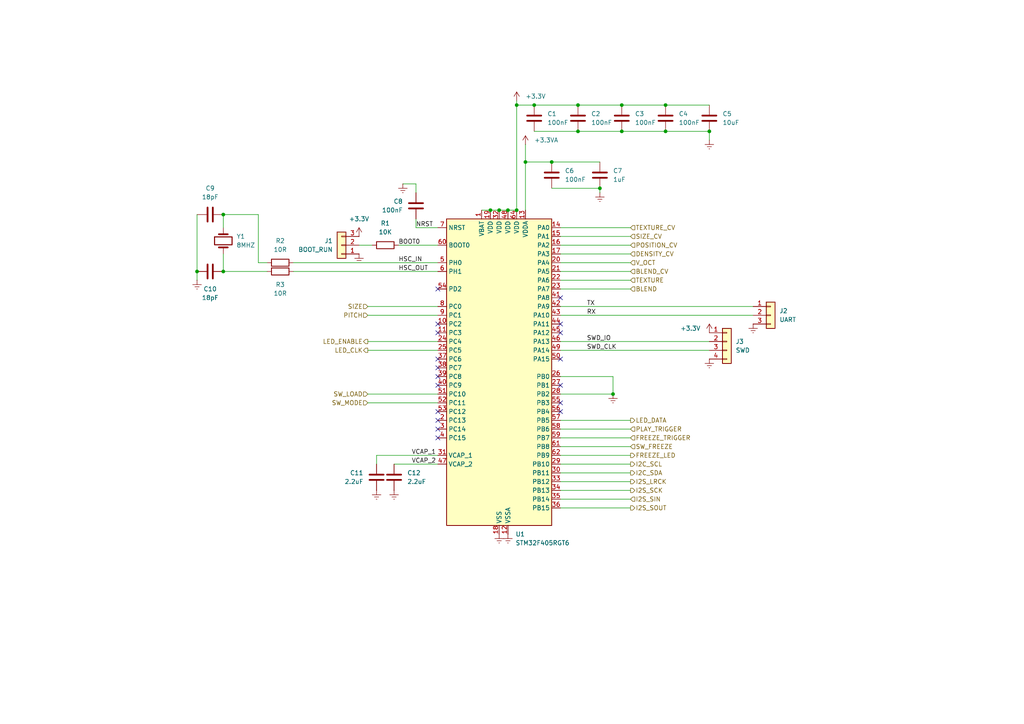
<source format=kicad_sch>
(kicad_sch (version 20231120) (generator "eeschema") (generator_version "8.0")
  (paper "A4")
  (lib_symbols
    (symbol "Connector_Generic:Conn_01x03" (pin_names (offset 1.016) hide)
      (property "Reference" "J" (at 0 5.08 0))
      (property "Value" "Conn_01x03" (at 0 -5.08 0))
      (symbol "Conn_01x03_1_1"
        (rectangle (start -1.27 -2.413) (end 0 -2.667) (stroke (width 0.1524)))
        (rectangle (start -1.27 0.127) (end 0 -0.127) (stroke (width 0.1524)))
        (rectangle (start -1.27 2.667) (end 0 2.413) (stroke (width 0.1524)))
        (rectangle (start -1.27 3.81) (end 1.27 -3.81) (stroke (width 0.254)) (fill (type background)))
        (pin passive line (at -5.08 2.54 0) (length 3.81) (name "Pin_1") (number "1"))
        (pin passive line (at -5.08 0 0) (length 3.81) (name "Pin_2") (number "2"))
        (pin passive line (at -5.08 -2.54 0) (length 3.81) (name "Pin_3") (number "3"))
      )
    )
    (symbol "Connector_Generic:Conn_01x04" (pin_names (offset 1.016) hide)
      (property "Reference" "J" (at 0 5.08 0))
      (property "Value" "Conn_01x04" (at 0 -7.62 0))
      (symbol "Conn_01x04_1_1"
        (rectangle (start -1.27 -4.953) (end 0 -5.207) (stroke (width 0.1524)))
        (rectangle (start -1.27 -2.413) (end 0 -2.667) (stroke (width 0.1524)))
        (rectangle (start -1.27 0.127) (end 0 -0.127) (stroke (width 0.1524)))
        (rectangle (start -1.27 2.667) (end 0 2.413) (stroke (width 0.1524)))
        (rectangle (start -1.27 3.81) (end 1.27 -6.35) (stroke (width 0.254)) (fill (type background)))
        (pin passive line (at -5.08 2.54 0) (length 3.81) (name "Pin_1") (number "1"))
        (pin passive line (at -5.08 0 0) (length 3.81) (name "Pin_2") (number "2"))
        (pin passive line (at -5.08 -2.54 0) (length 3.81) (name "Pin_3") (number "3"))
        (pin passive line (at -5.08 -5.08 0) (length 3.81) (name "Pin_4") (number "4"))
      )
    )
    (symbol "Device:C" (pin_numbers hide) (pin_names (offset 0.254))
      (property "Reference" "C" (at 0.635 2.54 0))
      (property "Value" "C" (at 0.635 -2.54 0))
      (symbol "C_0_1"
        (polyline (pts (xy -2.032 -0.762) (xy 2.032 -0.762)) (stroke (width 0.508)))
        (polyline (pts (xy -2.032 0.762) (xy 2.032 0.762)) (stroke (width 0.508)))
      )
      (symbol "C_1_1"
        (pin passive line (at 0 3.81 270) (length 2.794) (name "~") (number "1"))
        (pin passive line (at 0 -3.81 90) (length 2.794) (name "~") (number "2"))
      )
    )
    (symbol "Device:Crystal" (pin_numbers hide) (pin_names (offset 1.016) hide)
      (property "Reference" "Y" (at 0 3.81 0))
      (property "Value" "Crystal" (at 0 -3.81 0))
      (symbol "Crystal_0_1"
        (rectangle (start -1.143 2.54) (end 1.143 -2.54) (stroke (width 0.3048)))
        (polyline (pts (xy -2.54 0) (xy -1.905 0)))
        (polyline (pts (xy -1.905 -1.27) (xy -1.905 1.27)) (stroke (width 0.508)))
        (polyline (pts (xy 1.905 -1.27) (xy 1.905 1.27)) (stroke (width 0.508)))
        (polyline (pts (xy 2.54 0) (xy 1.905 0)))
      )
      (symbol "Crystal_1_1"
        (pin passive line (at -3.81 0 0) (length 1.27) (name "1") (number "1"))
        (pin passive line (at 3.81 0 180) (length 1.27) (name "2") (number "2"))
      )
    )
    (symbol "Device:R" (pin_numbers hide) (pin_names (offset 0))
      (property "Reference" "R" (at 2.032 0 90))
      (property "Value" "R" (at 0 0 90))
      (symbol "R_0_1"
        (rectangle (start -1.016 -2.54) (end 1.016 2.54) (stroke (width 0.254)))
      )
      (symbol "R_1_1"
        (pin passive line (at 0 3.81 270) (length 1.27) (name "~") (number "1"))
        (pin passive line (at 0 -3.81 90) (length 1.27) (name "~") (number "2"))
      )
    )
    (symbol "MCU_ST_STM32F4:STM32F405RGTx"
      (property "Reference" "U" (at -15.24 46.99 0))
      (property "Value" "STM32F405RGTx" (at 10.16 46.99 0))
      (symbol "STM32F405RGTx_0_1"
        (rectangle (start -15.24 -43.18) (end 15.24 45.72) (stroke (width 0.254)) (fill (type background)))
      )
      (symbol "STM32F405RGTx_1_1"
        (pin power_in line (at -5.08 48.26 270) (length 2.54) (name "VBAT") (number "1"))
        (pin bidirectional line (at -17.78 15.24 0) (length 2.54) (name "PC2") (number "10"))
        (pin bidirectional line (at -17.78 12.7 0) (length 2.54) (name "PC3") (number "11"))
        (pin power_in line (at 2.54 -45.72 90) (length 2.54) (name "VSSA") (number "12"))
        (pin power_in line (at 7.62 48.26 270) (length 2.54) (name "VDDA") (number "13"))
        (pin bidirectional line (at 17.78 43.18 180) (length 2.54) (name "PA0") (number "14"))
        (pin bidirectional line (at 17.78 40.64 180) (length 2.54) (name "PA1") (number "15"))
        (pin bidirectional line (at 17.78 38.1 180) (length 2.54) (name "PA2") (number "16"))
        (pin bidirectional line (at 17.78 35.56 180) (length 2.54) (name "PA3") (number "17"))
        (pin power_in line (at 0 -45.72 90) (length 2.54) (name "VSS") (number "18"))
        (pin power_in line (at -2.54 48.26 270) (length 2.54) (name "VDD") (number "19"))
        (pin bidirectional line (at -17.78 -12.7 0) (length 2.54) (name "PC13") (number "2"))
        (pin bidirectional line (at 17.78 33.02 180) (length 2.54) (name "PA4") (number "20"))
        (pin bidirectional line (at 17.78 30.48 180) (length 2.54) (name "PA5") (number "21"))
        (pin bidirectional line (at 17.78 27.94 180) (length 2.54) (name "PA6") (number "22"))
        (pin bidirectional line (at 17.78 25.4 180) (length 2.54) (name "PA7") (number "23"))
        (pin bidirectional line (at -17.78 10.16 0) (length 2.54) (name "PC4") (number "24"))
        (pin bidirectional line (at -17.78 7.62 0) (length 2.54) (name "PC5") (number "25"))
        (pin bidirectional line (at 17.78 0 180) (length 2.54) (name "PB0") (number "26"))
        (pin bidirectional line (at 17.78 -2.54 180) (length 2.54) (name "PB1") (number "27"))
        (pin bidirectional line (at 17.78 -5.08 180) (length 2.54) (name "PB2") (number "28"))
        (pin bidirectional line (at 17.78 -25.4 180) (length 2.54) (name "PB10") (number "29"))
        (pin bidirectional line (at -17.78 -15.24 0) (length 2.54) (name "PC14") (number "3"))
        (pin bidirectional line (at 17.78 -27.94 180) (length 2.54) (name "PB11") (number "30"))
        (pin power_out line (at -17.78 -22.86 0) (length 2.54) (name "VCAP_1") (number "31"))
        (pin power_in line (at 0 48.26 270) (length 2.54) (name "VDD") (number "32"))
        (pin bidirectional line (at 17.78 -30.48 180) (length 2.54) (name "PB12") (number "33"))
        (pin bidirectional line (at 17.78 -33.02 180) (length 2.54) (name "PB13") (number "34"))
        (pin bidirectional line (at 17.78 -35.56 180) (length 2.54) (name "PB14") (number "35"))
        (pin bidirectional line (at 17.78 -38.1 180) (length 2.54) (name "PB15") (number "36"))
        (pin bidirectional line (at -17.78 5.08 0) (length 2.54) (name "PC6") (number "37"))
        (pin bidirectional line (at -17.78 2.54 0) (length 2.54) (name "PC7") (number "38"))
        (pin bidirectional line (at -17.78 0 0) (length 2.54) (name "PC8") (number "39"))
        (pin bidirectional line (at -17.78 -17.78 0) (length 2.54) (name "PC15") (number "4"))
        (pin bidirectional line (at -17.78 -2.54 0) (length 2.54) (name "PC9") (number "40"))
        (pin bidirectional line (at 17.78 22.86 180) (length 2.54) (name "PA8") (number "41"))
        (pin bidirectional line (at 17.78 20.32 180) (length 2.54) (name "PA9") (number "42"))
        (pin bidirectional line (at 17.78 17.78 180) (length 2.54) (name "PA10") (number "43"))
        (pin bidirectional line (at 17.78 15.24 180) (length 2.54) (name "PA11") (number "44"))
        (pin bidirectional line (at 17.78 12.7 180) (length 2.54) (name "PA12") (number "45"))
        (pin bidirectional line (at 17.78 10.16 180) (length 2.54) (name "PA13") (number "46"))
        (pin power_out line (at -17.78 -25.4 0) (length 2.54) (name "VCAP_2") (number "47"))
        (pin power_in line (at 2.54 48.26 270) (length 2.54) (name "VDD") (number "48"))
        (pin bidirectional line (at 17.78 7.62 180) (length 2.54) (name "PA14") (number "49"))
        (pin bidirectional line (at -17.78 33.02 0) (length 2.54) (name "PH0") (number "5"))
        (pin bidirectional line (at 17.78 5.08 180) (length 2.54) (name "PA15") (number "50"))
        (pin bidirectional line (at -17.78 -5.08 0) (length 2.54) (name "PC10") (number "51"))
        (pin bidirectional line (at -17.78 -7.62 0) (length 2.54) (name "PC11") (number "52"))
        (pin bidirectional line (at -17.78 -10.16 0) (length 2.54) (name "PC12") (number "53"))
        (pin bidirectional line (at -17.78 25.4 0) (length 2.54) (name "PD2") (number "54"))
        (pin bidirectional line (at 17.78 -7.62 180) (length 2.54) (name "PB3") (number "55"))
        (pin bidirectional line (at 17.78 -10.16 180) (length 2.54) (name "PB4") (number "56"))
        (pin bidirectional line (at 17.78 -12.7 180) (length 2.54) (name "PB5") (number "57"))
        (pin bidirectional line (at 17.78 -15.24 180) (length 2.54) (name "PB6") (number "58"))
        (pin bidirectional line (at 17.78 -17.78 180) (length 2.54) (name "PB7") (number "59"))
        (pin bidirectional line (at -17.78 30.48 0) (length 2.54) (name "PH1") (number "6"))
        (pin input line (at -17.78 38.1 0) (length 2.54) (name "BOOT0") (number "60"))
        (pin bidirectional line (at 17.78 -20.32 180) (length 2.54) (name "PB8") (number "61"))
        (pin bidirectional line (at 17.78 -22.86 180) (length 2.54) (name "PB9") (number "62"))
        (pin passive line (at 0 -45.72 90) (length 2.54) hide (name "VSS") (number "63"))
        (pin power_in line (at 5.08 48.26 270) (length 2.54) (name "VDD") (number "64"))
        (pin input line (at -17.78 43.18 0) (length 2.54) (name "NRST") (number "7"))
        (pin bidirectional line (at -17.78 20.32 0) (length 2.54) (name "PC0") (number "8"))
        (pin bidirectional line (at -17.78 17.78 0) (length 2.54) (name "PC1") (number "9"))
      )
    )
    (symbol "power:+3.3V" (power) (pin_numbers hide) (pin_names (offset 0) hide)
      (property "Value" "+3.3V" (at 0 3.556 0))
      (symbol "+3.3V_0_1"
        (polyline (pts (xy -0.762 1.27) (xy 0 2.54)))
        (polyline (pts (xy 0 0) (xy 0 2.54)))
        (polyline (pts (xy 0 2.54) (xy 0.762 1.27)))
      )
      (symbol "+3.3V_1_1"
        (pin power_in line (at 0 0 90) (length 0) (name "~") (number "1"))
      )
    )
    (symbol "power:GNDREF" (power) (pin_numbers hide) (pin_names (offset 0) hide)
      (property "Value" "GNDREF" (at 0 -3.81 0))
      (symbol "GNDREF_0_1"
        (polyline (pts (xy -0.635 -1.905) (xy 0.635 -1.905)))
        (polyline (pts (xy -0.127 -2.54) (xy 0.127 -2.54)))
        (polyline (pts (xy 0 -1.27) (xy 0 0)))
        (polyline (pts (xy 1.27 -1.27) (xy -1.27 -1.27)))
      )
      (symbol "GNDREF_1_1"
        (pin power_in line (at 0 0 270) (length 0) (name "~") (number "1"))
      )
    )
  )
  (junction (at 193.04 30.48))
  (junction (at 177.8 114.3))
  (junction (at 147.32 60.96))
  (junction (at 64.77 78.74))
  (junction (at 167.64 30.48))
  (junction (at 57.15 78.74))
  (junction (at 152.4 46.99))
  (junction (at 173.99 54.61))
  (junction (at 193.04 38.1))
  (junction (at 142.24 60.96))
  (junction (at 144.78 60.96))
  (junction (at 180.34 38.1))
  (junction (at 149.86 60.96))
  (junction (at 149.86 30.48))
  (junction (at 154.94 30.48))
  (junction (at 160.02 46.99))
  (junction (at 64.77 62.23))
  (junction (at 205.74 38.1))
  (junction (at 180.34 30.48))
  (junction (at 167.64 38.1))
  (no_connect (at 127 83.82))
  (no_connect (at 127 104.14))
  (no_connect (at 162.56 116.84))
  (no_connect (at 162.56 111.76))
  (no_connect (at 162.56 96.52))
  (no_connect (at 162.56 93.98))
  (no_connect (at 127 106.68))
  (no_connect (at 162.56 119.38))
  (no_connect (at 162.56 104.14))
  (no_connect (at 127 127))
  (no_connect (at 127 111.76))
  (no_connect (at 127 109.22))
  (no_connect (at 162.56 86.36))
  (no_connect (at 127 96.52))
  (no_connect (at 127 119.38))
  (no_connect (at 127 93.98))
  (no_connect (at 127 124.46))
  (no_connect (at 127 121.92))
  (wire (pts (xy 120.65 66.04) (xy 127 66.04)))
  (wire (pts (xy 154.94 38.1) (xy 167.64 38.1)))
  (wire (pts (xy 74.93 76.2) (xy 77.47 76.2)))
  (wire (pts (xy 177.8 114.3) (xy 162.56 114.3)))
  (wire (pts (xy 64.77 73.66) (xy 64.77 78.74)))
  (wire (pts (xy 162.56 121.92) (xy 182.88 121.92)))
  (wire (pts (xy 120.65 55.88) (xy 120.65 53.34)))
  (wire (pts (xy 57.15 78.74) (xy 57.15 81.28)))
  (wire (pts (xy 180.34 30.48) (xy 193.04 30.48)))
  (wire (pts (xy 106.68 91.44) (xy 127 91.44)))
  (wire (pts (xy 162.56 68.58) (xy 182.88 68.58)))
  (wire (pts (xy 106.68 114.3) (xy 127 114.3)))
  (wire (pts (xy 85.09 76.2) (xy 127 76.2)))
  (wire (pts (xy 154.94 30.48) (xy 167.64 30.48)))
  (wire (pts (xy 162.56 101.6) (xy 205.74 101.6)))
  (wire (pts (xy 104.14 71.12) (xy 107.95 71.12)))
  (wire (pts (xy 64.77 62.23) (xy 74.93 62.23)))
  (wire (pts (xy 173.99 54.61) (xy 173.99 55.88)))
  (wire (pts (xy 152.4 46.99) (xy 152.4 60.96)))
  (wire (pts (xy 109.22 132.08) (xy 127 132.08)))
  (wire (pts (xy 162.56 129.54) (xy 182.88 129.54)))
  (wire (pts (xy 162.56 124.46) (xy 182.88 124.46)))
  (wire (pts (xy 173.99 54.61) (xy 160.02 54.61)))
  (wire (pts (xy 167.64 38.1) (xy 180.34 38.1)))
  (wire (pts (xy 142.24 60.96) (xy 144.78 60.96)))
  (wire (pts (xy 144.78 60.96) (xy 147.32 60.96)))
  (wire (pts (xy 162.56 81.28) (xy 182.88 81.28)))
  (wire (pts (xy 74.93 62.23) (xy 74.93 76.2)))
  (wire (pts (xy 120.65 53.34) (xy 116.84 53.34)))
  (wire (pts (xy 152.4 46.99) (xy 160.02 46.99)))
  (wire (pts (xy 162.56 71.12) (xy 182.88 71.12)))
  (wire (pts (xy 106.68 116.84) (xy 127 116.84)))
  (wire (pts (xy 162.56 83.82) (xy 182.88 83.82)))
  (wire (pts (xy 162.56 88.9) (xy 218.44 88.9)))
  (wire (pts (xy 193.04 38.1) (xy 205.74 38.1)))
  (wire (pts (xy 162.56 132.08) (xy 182.88 132.08)))
  (wire (pts (xy 162.56 127) (xy 182.88 127)))
  (wire (pts (xy 106.68 101.6) (xy 127 101.6)))
  (wire (pts (xy 85.09 78.74) (xy 127 78.74)))
  (wire (pts (xy 180.34 38.1) (xy 193.04 38.1)))
  (wire (pts (xy 149.86 30.48) (xy 149.86 60.96)))
  (wire (pts (xy 120.65 63.5) (xy 120.65 66.04)))
  (wire (pts (xy 162.56 109.22) (xy 177.8 109.22)))
  (wire (pts (xy 205.74 40.64) (xy 205.74 38.1)))
  (wire (pts (xy 162.56 134.62) (xy 182.88 134.62)))
  (wire (pts (xy 64.77 66.04) (xy 64.77 62.23)))
  (wire (pts (xy 162.56 144.78) (xy 182.88 144.78)))
  (wire (pts (xy 162.56 78.74) (xy 182.88 78.74)))
  (wire (pts (xy 57.15 62.23) (xy 57.15 78.74)))
  (wire (pts (xy 149.86 30.48) (xy 154.94 30.48)))
  (wire (pts (xy 139.7 60.96) (xy 142.24 60.96)))
  (wire (pts (xy 162.56 76.2) (xy 182.88 76.2)))
  (wire (pts (xy 162.56 66.04) (xy 182.88 66.04)))
  (wire (pts (xy 147.32 60.96) (xy 149.86 60.96)))
  (wire (pts (xy 64.77 78.74) (xy 77.47 78.74)))
  (wire (pts (xy 162.56 137.16) (xy 182.88 137.16)))
  (wire (pts (xy 149.86 29.21) (xy 149.86 30.48)))
  (wire (pts (xy 152.4 46.99) (xy 152.4 41.91)))
  (wire (pts (xy 177.8 109.22) (xy 177.8 114.3)))
  (wire (pts (xy 109.22 134.62) (xy 109.22 132.08)))
  (wire (pts (xy 162.56 91.44) (xy 218.44 91.44)))
  (wire (pts (xy 193.04 30.48) (xy 205.74 30.48)))
  (wire (pts (xy 167.64 30.48) (xy 180.34 30.48)))
  (wire (pts (xy 115.57 71.12) (xy 127 71.12)))
  (wire (pts (xy 114.3 134.62) (xy 127 134.62)))
  (wire (pts (xy 162.56 73.66) (xy 182.88 73.66)))
  (wire (pts (xy 162.56 142.24) (xy 182.88 142.24)))
  (wire (pts (xy 160.02 46.99) (xy 173.99 46.99)))
  (wire (pts (xy 106.68 88.9) (xy 127 88.9)))
  (wire (pts (xy 162.56 99.06) (xy 205.74 99.06)))
  (wire (pts (xy 106.68 99.06) (xy 127 99.06)))
  (wire (pts (xy 162.56 139.7) (xy 182.88 139.7)))
  (wire (pts (xy 162.56 147.32) (xy 182.88 147.32)))
  (label "BOOT0" (at 115.57 71.12 0))
  (label "NRST" (at 120.65 66.04 0))
  (label "SWD_IO" (at 170.18 99.06 0))
  (label "VCAP_2" (at 119.38 134.62 0))
  (label "SWD_CLK" (at 170.18 101.6 0))
  (label "RX" (at 170.18 91.44 0))
  (label "HSC_IN" (at 115.57 76.2 0))
  (label "TX" (at 170.18 88.9 0))
  (label "VCAP_1" (at 119.38 132.08 0))
  (label "HSC_OUT" (at 115.57 78.74 0))
  (hierarchical_label "BLEND_CV" (shape input) (at 182.88 78.74 0))
  (hierarchical_label "DENSITY_CV" (shape input) (at 182.88 73.66 0))
  (hierarchical_label "PLAY_TRIGGER" (shape input) (at 182.88 124.46 0))
  (hierarchical_label "TEXTURE" (shape input) (at 182.88 81.28 0))
  (hierarchical_label "BLEND" (shape input) (at 182.88 83.82 0))
  (hierarchical_label "I2S_LRCK" (shape output) (at 182.88 139.7 0))
  (hierarchical_label "POSITION_CV" (shape input) (at 182.88 71.12 0))
  (hierarchical_label "I2S_SCK" (shape output) (at 182.88 142.24 0))
  (hierarchical_label "FREEZE_TRIGGER" (shape input) (at 182.88 127 0))
  (hierarchical_label "LED_CLK" (shape output) (at 106.68 101.6 180))
  (hierarchical_label "I2S_SOUT" (shape output) (at 182.88 147.32 0))
  (hierarchical_label "FREEZE_LED" (shape output) (at 182.88 132.08 0))
  (hierarchical_label "SW_MODE" (shape input) (at 106.68 116.84 180))
  (hierarchical_label "SW_LOAD" (shape input) (at 106.68 114.3 180))
  (hierarchical_label "I2C_SDA" (shape output) (at 182.88 137.16 0))
  (hierarchical_label "PITCH" (shape input) (at 106.68 91.44 180))
  (hierarchical_label "LED_DATA" (shape output) (at 182.88 121.92 0))
  (hierarchical_label "TEXTURE_CV" (shape input) (at 182.88 66.04 0))
  (hierarchical_label "V_OCT" (shape input) (at 182.88 76.2 0))
  (hierarchical_label "I2S_SIN" (shape input) (at 182.88 144.78 0))
  (hierarchical_label "SIZE_CV" (shape input) (at 182.88 68.58 0))
  (hierarchical_label "LED_ENABLE" (shape output) (at 106.68 99.06 180))
  (hierarchical_label "SW_FREEZE" (shape input) (at 182.88 129.54 0))
  (hierarchical_label "SIZE" (shape input) (at 106.68 88.9 180))
  (hierarchical_label "I2C_SCL" (shape output) (at 182.88 134.62 0))
  (symbol (lib_id "Device:C") (at 114.3 138.43 0) (unit 1)
    (property "Reference" "C12" (at 118.11 137.1599 0) (effects (justify left)))
    (property "Value" "2.2uF" (at 118.11 139.6999 0) (effects (justify left)))
    (property "Footprint" "Capacitor_SMD:C_0805_2012Metric_Pad1.18x1.45mm_HandSolder" (effects (hide yes)))
    (property "Description" "Unpolarized capacitor" (effects (hide yes)))
  )
  (symbol (lib_id "power:GNDREF") (at 116.84 53.34 0) (unit 1)
    (property "Reference" "#PWR04" (effects (hide yes)))
    (property "Value" "GNDREF" (effects (hide yes)))
    (property "Description" "Power symbol creates a global label with name \"GNDREF\" , reference supply ground" (effects (hide yes)))
  )
  (symbol (lib_id "power:GNDREF") (at 177.8 114.3 0) (unit 1)
    (property "Reference" "#PWR012" (effects (hide yes)))
    (property "Value" "GNDREF" (effects (hide yes)))
    (property "Description" "Power symbol creates a global label with name \"GNDREF\" , reference supply ground" (effects (hide yes)))
  )
  (symbol (lib_id "Device:C") (at 109.22 138.43 0) (unit 1)
    (property "Reference" "C11" (at 105.41 137.1599 0) (effects (justify right)))
    (property "Value" "2.2uF" (at 105.41 139.6999 0) (effects (justify right)))
    (property "Footprint" "Capacitor_SMD:C_0805_2012Metric_Pad1.18x1.45mm_HandSolder" (effects (hide yes)))
    (property "Description" "Unpolarized capacitor" (effects (hide yes)))
  )
  (symbol (lib_id "power:GNDREF") (at 205.74 40.64 0) (unit 1)
    (property "Reference" "#PWR02" (effects (hide yes)))
    (property "Value" "GNDREF" (effects (hide yes)))
    (property "Description" "Power symbol creates a global label with name \"GNDREF\" , reference supply ground" (effects (hide yes)))
  )
  (symbol (lib_id "power:+3.3V") (at 104.14 68.58 0) (unit 1)
    (property "Reference" "#PWR06" (effects (hide yes)))
    (property "Value" "+3.3V" (at 104.14 63.5 0))
    (property "Description" "Power symbol creates a global label with name \"+3.3V\"" (effects (hide yes)))
  )
  (symbol (lib_id "power:GNDREF") (at 109.22 142.24 0) (unit 1)
    (property "Reference" "#PWR013" (effects (hide yes)))
    (property "Value" "GNDREF" (effects (hide yes)))
    (property "Description" "Power symbol creates a global label with name \"GNDREF\" , reference supply ground" (effects (hide yes)))
  )
  (symbol (lib_id "Connector_Generic:Conn_01x03") (at 223.52 91.44 0) (unit 1)
    (property "Reference" "J2" (at 226.06 90.1699 0) (effects (justify left)))
    (property "Value" "UART" (at 226.06 92.7099 0) (effects (justify left)))
    (property "Footprint" "Connector_PinHeader_2.54mm:PinHeader_1x03_P2.54mm_Vertical" (effects (hide yes)))
    (property "Description" "Generic connector, single row, 01x03, script generated (kicad-library-utils/schlib/autogen/connector/)" (effects (hide yes)))
  )
  (symbol (lib_id "Device:C") (at 154.94 34.29 180) (unit 1)
    (property "Reference" "C1" (at 158.75 33.0199 0) (effects (justify right)))
    (property "Value" "100nF" (at 158.75 35.5599 0) (effects (justify right)))
    (property "Footprint" "Capacitor_SMD:C_0805_2012Metric_Pad1.18x1.45mm_HandSolder" (effects (hide yes)))
    (property "Description" "Unpolarized capacitor" (effects (hide yes)))
  )
  (symbol (lib_id "power:GNDREF") (at 205.74 104.14 0) (unit 1)
    (property "Reference" "#PWR011" (effects (hide yes)))
    (property "Value" "GNDREF" (effects (hide yes)))
    (property "Description" "Power symbol creates a global label with name \"GNDREF\" , reference supply ground" (effects (hide yes)))
  )
  (symbol (lib_id "Device:C") (at 180.34 34.29 180) (unit 1)
    (property "Reference" "C3" (at 184.15 33.0199 0) (effects (justify right)))
    (property "Value" "100nF" (at 184.15 35.5599 0) (effects (justify right)))
    (property "Footprint" "Capacitor_SMD:C_0805_2012Metric_Pad1.18x1.45mm_HandSolder" (effects (hide yes)))
    (property "Description" "Unpolarized capacitor" (effects (hide yes)))
  )
  (symbol (lib_id "Device:R") (at 81.28 76.2 90) (unit 1)
    (property "Reference" "R2" (at 81.28 69.85 90))
    (property "Value" "10R" (at 81.28 72.39 90))
    (property "Footprint" "Resistor_SMD:R_0805_2012Metric_Pad1.20x1.40mm_HandSolder" (effects (hide yes)))
    (property "Description" "Resistor" (effects (hide yes)))
  )
  (symbol (lib_id "Device:C") (at 205.74 34.29 180) (unit 1)
    (property "Reference" "C5" (at 209.55 33.0199 0) (effects (justify right)))
    (property "Value" "10uF" (at 209.55 35.5599 0) (effects (justify right)))
    (property "Footprint" "Capacitor_SMD:C_0805_2012Metric_Pad1.18x1.45mm_HandSolder" (effects (hide yes)))
    (property "Description" "Unpolarized capacitor" (effects (hide yes)))
  )
  (symbol (lib_id "Device:C") (at 173.99 50.8 180) (unit 1)
    (property "Reference" "C7" (at 177.8 49.5299 0) (effects (justify right)))
    (property "Value" "1uF" (at 177.8 52.0699 0) (effects (justify right)))
    (property "Footprint" "Capacitor_SMD:C_0805_2012Metric_Pad1.18x1.45mm_HandSolder" (effects (hide yes)))
    (property "Description" "Unpolarized capacitor" (effects (hide yes)))
  )
  (symbol (lib_id "Device:C") (at 120.65 59.69 180) (unit 1)
    (property "Reference" "C8" (at 116.84 58.4199 0) (effects (justify left)))
    (property "Value" "100nF" (at 116.84 60.9599 0) (effects (justify left)))
    (property "Footprint" "Capacitor_SMD:C_0805_2012Metric_Pad1.18x1.45mm_HandSolder" (effects (hide yes)))
    (property "Description" "Unpolarized capacitor" (effects (hide yes)))
  )
  (symbol (lib_id "Device:R") (at 111.76 71.12 90) (unit 1)
    (property "Reference" "R1" (at 111.76 64.77 90))
    (property "Value" "10K" (at 111.76 67.31 90))
    (property "Footprint" "Resistor_SMD:R_0805_2012Metric_Pad1.20x1.40mm_HandSolder" (effects (hide yes)))
    (property "Description" "Resistor" (effects (hide yes)))
  )
  (symbol (lib_id "power:GNDREF") (at 144.78 154.94 0) (unit 1)
    (property "Reference" "#PWR015" (effects (hide yes)))
    (property "Value" "GNDREF" (effects (hide yes)))
    (property "Description" "Power symbol creates a global label with name \"GNDREF\" , reference supply ground" (effects (hide yes)))
  )
  (symbol (lib_id "Device:Crystal") (at 64.77 69.85 270) (unit 1)
    (property "Reference" "Y1" (at 68.58 68.5799 90) (effects (justify left)))
    (property "Value" "8MHZ" (at 68.58 71.1199 90) (effects (justify left)))
    (property "Footprint" "Crystal:Crystal_HC49-U_Vertical" (effects (hide yes)))
    (property "Description" "Two pin crystal" (effects (hide yes)))
  )
  (symbol (lib_id "power:GNDREF") (at 104.14 73.66 0) (unit 1)
    (property "Reference" "#PWR07" (effects (hide yes)))
    (property "Value" "GNDREF" (effects (hide yes)))
    (property "Description" "Power symbol creates a global label with name \"GNDREF\" , reference supply ground" (effects (hide yes)))
  )
  (symbol (lib_id "power:+3.3V") (at 152.4 41.91 0) (unit 1)
    (property "Reference" "#PWR03" (effects (hide yes)))
    (property "Value" "+3.3VA" (at 154.94 40.6399 0) (effects (justify left)))
    (property "Description" "Power symbol creates a global label with name \"+3.3V\"" (effects (hide yes)))
  )
  (symbol (lib_id "power:GNDREF") (at 147.32 154.94 0) (unit 1)
    (property "Reference" "#PWR016" (effects (hide yes)))
    (property "Value" "GNDREF" (effects (hide yes)))
    (property "Description" "Power symbol creates a global label with name \"GNDREF\" , reference supply ground" (effects (hide yes)))
  )
  (symbol (lib_id "power:GNDREF") (at 173.99 55.88 0) (unit 1)
    (property "Reference" "#PWR05" (effects (hide yes)))
    (property "Value" "GNDREF" (effects (hide yes)))
    (property "Description" "Power symbol creates a global label with name \"GNDREF\" , reference supply ground" (effects (hide yes)))
  )
  (symbol (lib_id "MCU_ST_STM32F4:STM32F405RGTx") (at 144.78 109.22 0) (unit 1)
    (property "Reference" "U1" (at 149.5141 154.94 0) (effects (justify left)))
    (property "Value" "STM32F405RGT6" (at 149.5141 157.48 0) (effects (justify left)))
    (property "Footprint" "Package_QFP:LQFP-64_10x10mm_P0.5mm" (effects (hide yes)))
    (property "Datasheet" "https://www.st.com/resource/en/datasheet/stm32f405rg.pdf" (effects (hide yes)))
    (property "Description" "STMicroelectronics Arm Cortex-M4 MCU, 1024KB flash, 192KB RAM, 168 MHz, 1.8-3.6V, 51 GPIO, LQFP64" (effects (hide yes)))
  )
  (symbol (lib_id "Device:C") (at 193.04 34.29 180) (unit 1)
    (property "Reference" "C4" (at 196.85 33.0199 0) (effects (justify right)))
    (property "Value" "100nF" (at 196.85 35.5599 0) (effects (justify right)))
    (property "Footprint" "Capacitor_SMD:C_0805_2012Metric_Pad1.18x1.45mm_HandSolder" (effects (hide yes)))
    (property "Description" "Unpolarized capacitor" (effects (hide yes)))
  )
  (symbol (lib_id "power:GNDREF") (at 218.44 93.98 0) (unit 1)
    (property "Reference" "#PWR09" (effects (hide yes)))
    (property "Value" "GNDREF" (effects (hide yes)))
    (property "Description" "Power symbol creates a global label with name \"GNDREF\" , reference supply ground" (effects (hide yes)))
  )
  (symbol (lib_id "Connector_Generic:Conn_01x04") (at 210.82 99.06 0) (unit 1)
    (property "Reference" "J3" (at 213.36 99.0599 0) (effects (justify left)))
    (property "Value" "SWD" (at 213.36 101.5999 0) (effects (justify left)))
    (property "Footprint" "Connector_PinHeader_2.54mm:PinHeader_1x04_P2.54mm_Vertical" (effects (hide yes)))
    (property "Description" "Generic connector, single row, 01x04, script generated (kicad-library-utils/schlib/autogen/connector/)" (effects (hide yes)))
  )
  (symbol (lib_id "Device:C") (at 60.96 78.74 270) (unit 1)
    (property "Reference" "C10" (at 60.96 83.82 90))
    (property "Value" "18pF" (at 60.96 86.36 90))
    (property "Footprint" "Capacitor_SMD:C_0805_2012Metric_Pad1.18x1.45mm_HandSolder" (effects (hide yes)))
    (property "Description" "Unpolarized capacitor" (effects (hide yes)))
  )
  (symbol (lib_id "power:+3.3V") (at 149.86 29.21 0) (unit 1)
    (property "Reference" "#PWR01" (effects (hide yes)))
    (property "Value" "+3.3V" (at 152.4 27.9399 0) (effects (justify left)))
    (property "Description" "Power symbol creates a global label with name \"+3.3V\"" (effects (hide yes)))
  )
  (symbol (lib_id "Device:C") (at 167.64 34.29 180) (unit 1)
    (property "Reference" "C2" (at 171.45 33.0199 0) (effects (justify right)))
    (property "Value" "100nF" (at 171.45 35.5599 0) (effects (justify right)))
    (property "Footprint" "Capacitor_SMD:C_0805_2012Metric_Pad1.18x1.45mm_HandSolder" (effects (hide yes)))
    (property "Description" "Unpolarized capacitor" (effects (hide yes)))
  )
  (symbol (lib_id "Device:C") (at 160.02 50.8 180) (unit 1)
    (property "Reference" "C6" (at 163.83 49.5299 0) (effects (justify right)))
    (property "Value" "100nF" (at 163.83 52.0699 0) (effects (justify right)))
    (property "Footprint" "Capacitor_SMD:C_0805_2012Metric_Pad1.18x1.45mm_HandSolder" (effects (hide yes)))
    (property "Description" "Unpolarized capacitor" (effects (hide yes)))
  )
  (symbol (lib_id "power:+3.3V") (at 205.74 96.52 0) (unit 1)
    (property "Reference" "#PWR010" (effects (hide yes)))
    (property "Value" "+3.3V" (at 203.2 95.2499 0) (effects (justify right)))
    (property "Description" "Power symbol creates a global label with name \"+3.3V\"" (effects (hide yes)))
  )
  (symbol (lib_id "Device:R") (at 81.28 78.74 90) (unit 1)
    (property "Reference" "R3" (at 81.28 82.55 90))
    (property "Value" "10R" (at 81.28 85.09 90))
    (property "Footprint" "Resistor_SMD:R_0805_2012Metric_Pad1.20x1.40mm_HandSolder" (effects (hide yes)))
    (property "Description" "Resistor" (effects (hide yes)))
  )
  (symbol (lib_id "Device:C") (at 60.96 62.23 270) (unit 1)
    (property "Reference" "C9" (at 60.96 54.61 90))
    (property "Value" "18pF" (at 60.96 57.15 90))
    (property "Footprint" "Capacitor_SMD:C_0805_2012Metric_Pad1.18x1.45mm_HandSolder" (effects (hide yes)))
    (property "Description" "Unpolarized capacitor" (effects (hide yes)))
  )
  (symbol (lib_id "power:GNDREF") (at 114.3 142.24 0) (unit 1)
    (property "Reference" "#PWR014" (effects (hide yes)))
    (property "Value" "GNDREF" (effects (hide yes)))
    (property "Description" "Power symbol creates a global label with name \"GNDREF\" , reference supply ground" (effects (hide yes)))
  )
  (symbol (lib_id "power:GNDREF") (at 57.15 81.28 0) (unit 1)
    (property "Reference" "#PWR08" (effects (hide yes)))
    (property "Value" "GNDREF" (effects (hide yes)))
    (property "Description" "Power symbol creates a global label with name \"GNDREF\" , reference supply ground" (effects (hide yes)))
  )
  (symbol (lib_id "Connector_Generic:Conn_01x03") (at 99.06 71.12 180) (unit 1)
    (property "Reference" "J1" (at 96.52 69.8499 0) (effects (justify left)))
    (property "Value" "BOOT_RUN" (at 96.52 72.3899 0) (effects (justify left)))
    (property "Footprint" "Connector_PinHeader_2.54mm:PinHeader_1x03_P2.54mm_Vertical" (effects (hide yes)))
    (property "Description" "Generic connector, single row, 01x03, script generated (kicad-library-utils/schlib/autogen/connector/)" (effects (hide yes)))
  )
)
</source>
